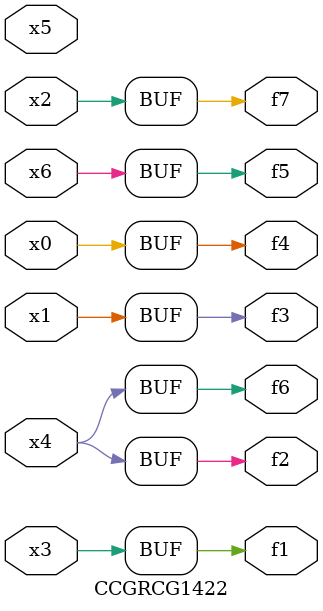
<source format=v>
module CCGRCG1422(
	input x0, x1, x2, x3, x4, x5, x6,
	output f1, f2, f3, f4, f5, f6, f7
);
	assign f1 = x3;
	assign f2 = x4;
	assign f3 = x1;
	assign f4 = x0;
	assign f5 = x6;
	assign f6 = x4;
	assign f7 = x2;
endmodule

</source>
